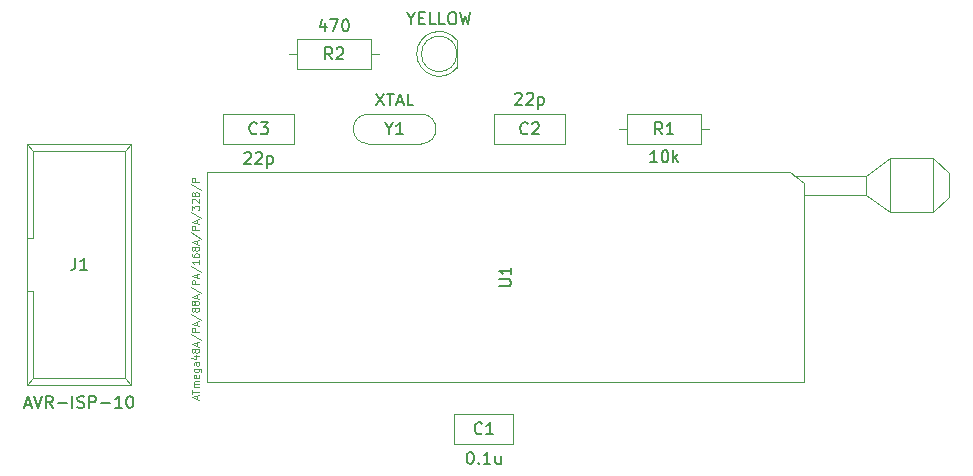
<source format=gbr>
G04 #@! TF.GenerationSoftware,KiCad,Pcbnew,5.1.4-3.fc30*
G04 #@! TF.CreationDate,2019-09-25T04:41:54+02:00*
G04 #@! TF.ProjectId,atmega_prog_adapter_v2,61746d65-6761-45f7-9072-6f675f616461,1.0*
G04 #@! TF.SameCoordinates,Original*
G04 #@! TF.FileFunction,Other,Fab,Top*
%FSLAX46Y46*%
G04 Gerber Fmt 4.6, Leading zero omitted, Abs format (unit mm)*
G04 Created by KiCad (PCBNEW 5.1.4-3.fc30) date 2019-09-25 04:41:54*
%MOMM*%
%LPD*%
G04 APERTURE LIST*
%ADD10C,0.100000*%
%ADD11C,0.150000*%
%ADD12C,0.090000*%
G04 APERTURE END LIST*
D10*
X127020000Y-104160000D02*
X127020000Y-106660000D01*
X127020000Y-106660000D02*
X132020000Y-106660000D01*
X132020000Y-106660000D02*
X132020000Y-104160000D01*
X132020000Y-104160000D02*
X127020000Y-104160000D01*
X136390000Y-81260000D02*
X136390000Y-78760000D01*
X136390000Y-78760000D02*
X130390000Y-78760000D01*
X130390000Y-78760000D02*
X130390000Y-81260000D01*
X130390000Y-81260000D02*
X136390000Y-81260000D01*
X113450000Y-78760000D02*
X107450000Y-78760000D01*
X113450000Y-81260000D02*
X113450000Y-78760000D01*
X107450000Y-81260000D02*
X113450000Y-81260000D01*
X107450000Y-78760000D02*
X107450000Y-81260000D01*
X127230555Y-72494524D02*
G75*
G03X127230000Y-74826190I-1500555J-1165476D01*
G01*
X127230000Y-73660000D02*
G75*
G03X127230000Y-73660000I-1500000J0D01*
G01*
X127230000Y-74826190D02*
X127230000Y-72493810D01*
X99675000Y-81315000D02*
X99675000Y-101675000D01*
X99125000Y-81855000D02*
X99125000Y-101115000D01*
X90825000Y-81315000D02*
X90825000Y-101675000D01*
X91375000Y-81855000D02*
X91375000Y-89245000D01*
X91375000Y-93745000D02*
X91375000Y-101115000D01*
X91375000Y-89245000D02*
X90825000Y-89245000D01*
X91375000Y-93745000D02*
X90825000Y-93745000D01*
X99675000Y-81315000D02*
X90825000Y-81315000D01*
X99125000Y-81855000D02*
X91375000Y-81855000D01*
X99675000Y-101675000D02*
X90825000Y-101675000D01*
X99125000Y-101115000D02*
X91375000Y-101115000D01*
X99675000Y-81315000D02*
X99125000Y-81855000D01*
X99675000Y-101675000D02*
X99125000Y-101115000D01*
X90825000Y-81315000D02*
X91375000Y-81855000D01*
X90825000Y-101675000D02*
X91375000Y-101115000D01*
X141630000Y-78760000D02*
X141630000Y-81260000D01*
X141630000Y-81260000D02*
X147930000Y-81260000D01*
X147930000Y-81260000D02*
X147930000Y-78760000D01*
X147930000Y-78760000D02*
X141630000Y-78760000D01*
X140970000Y-80010000D02*
X141630000Y-80010000D01*
X148590000Y-80010000D02*
X147930000Y-80010000D01*
X113030000Y-73660000D02*
X113690000Y-73660000D01*
X120650000Y-73660000D02*
X119990000Y-73660000D01*
X113690000Y-74910000D02*
X119990000Y-74910000D01*
X113690000Y-72410000D02*
X113690000Y-74910000D01*
X119990000Y-72410000D02*
X113690000Y-72410000D01*
X119990000Y-74910000D02*
X119990000Y-72410000D01*
X167510000Y-82480000D02*
X168910000Y-83780000D01*
X168910000Y-83780000D02*
X168910000Y-85780000D01*
X168910000Y-85780000D02*
X167510000Y-87080000D01*
X167510000Y-87080000D02*
X167510000Y-82480000D01*
X167510000Y-82480000D02*
X163910000Y-82480000D01*
X163910000Y-82480000D02*
X163910000Y-87080000D01*
X163910000Y-87080000D02*
X167510000Y-87080000D01*
X163910000Y-82480000D02*
X161910000Y-83980000D01*
X163910000Y-87080000D02*
X161910000Y-85580000D01*
X155800000Y-83980000D02*
X161910000Y-83980000D01*
X161910000Y-83980000D02*
X161910000Y-85580000D01*
X161910000Y-85580000D02*
X156610000Y-85580000D01*
X106110000Y-101460000D02*
X106110000Y-83660000D01*
X106110000Y-83660000D02*
X155450000Y-83660000D01*
X155450000Y-83660000D02*
X156610000Y-84630000D01*
X156610000Y-84630000D02*
X156610000Y-101460000D01*
X156610000Y-101460000D02*
X106110000Y-101460000D01*
X124210000Y-81260000D02*
X119710000Y-81260000D01*
X124210000Y-78760000D02*
X119710000Y-78760000D01*
X124210000Y-81260000D02*
X119710000Y-81260000D01*
X124210000Y-78760000D02*
X119710000Y-78760000D01*
X124210000Y-78760000D02*
G75*
G02X124210000Y-81260000I0J-1250000D01*
G01*
X119710000Y-78760000D02*
G75*
G03X119710000Y-81260000I0J-1250000D01*
G01*
X124210000Y-78760000D02*
G75*
G02X124210000Y-81260000I0J-1250000D01*
G01*
X119710000Y-78760000D02*
G75*
G03X119710000Y-81260000I0J-1250000D01*
G01*
D11*
X128305714Y-107362380D02*
X128400952Y-107362380D01*
X128496190Y-107410000D01*
X128543809Y-107457619D01*
X128591428Y-107552857D01*
X128639047Y-107743333D01*
X128639047Y-107981428D01*
X128591428Y-108171904D01*
X128543809Y-108267142D01*
X128496190Y-108314761D01*
X128400952Y-108362380D01*
X128305714Y-108362380D01*
X128210476Y-108314761D01*
X128162857Y-108267142D01*
X128115238Y-108171904D01*
X128067619Y-107981428D01*
X128067619Y-107743333D01*
X128115238Y-107552857D01*
X128162857Y-107457619D01*
X128210476Y-107410000D01*
X128305714Y-107362380D01*
X129067619Y-108267142D02*
X129115238Y-108314761D01*
X129067619Y-108362380D01*
X129020000Y-108314761D01*
X129067619Y-108267142D01*
X129067619Y-108362380D01*
X130067619Y-108362380D02*
X129496190Y-108362380D01*
X129781904Y-108362380D02*
X129781904Y-107362380D01*
X129686666Y-107505238D01*
X129591428Y-107600476D01*
X129496190Y-107648095D01*
X130924761Y-107695714D02*
X130924761Y-108362380D01*
X130496190Y-107695714D02*
X130496190Y-108219523D01*
X130543809Y-108314761D01*
X130639047Y-108362380D01*
X130781904Y-108362380D01*
X130877142Y-108314761D01*
X130924761Y-108267142D01*
X129353333Y-105767142D02*
X129305714Y-105814761D01*
X129162857Y-105862380D01*
X129067619Y-105862380D01*
X128924761Y-105814761D01*
X128829523Y-105719523D01*
X128781904Y-105624285D01*
X128734285Y-105433809D01*
X128734285Y-105290952D01*
X128781904Y-105100476D01*
X128829523Y-105005238D01*
X128924761Y-104910000D01*
X129067619Y-104862380D01*
X129162857Y-104862380D01*
X129305714Y-104910000D01*
X129353333Y-104957619D01*
X130305714Y-105862380D02*
X129734285Y-105862380D01*
X130020000Y-105862380D02*
X130020000Y-104862380D01*
X129924761Y-105005238D01*
X129829523Y-105100476D01*
X129734285Y-105148095D01*
X132175714Y-77057619D02*
X132223333Y-77010000D01*
X132318571Y-76962380D01*
X132556666Y-76962380D01*
X132651904Y-77010000D01*
X132699523Y-77057619D01*
X132747142Y-77152857D01*
X132747142Y-77248095D01*
X132699523Y-77390952D01*
X132128095Y-77962380D01*
X132747142Y-77962380D01*
X133128095Y-77057619D02*
X133175714Y-77010000D01*
X133270952Y-76962380D01*
X133509047Y-76962380D01*
X133604285Y-77010000D01*
X133651904Y-77057619D01*
X133699523Y-77152857D01*
X133699523Y-77248095D01*
X133651904Y-77390952D01*
X133080476Y-77962380D01*
X133699523Y-77962380D01*
X134128095Y-77295714D02*
X134128095Y-78295714D01*
X134128095Y-77343333D02*
X134223333Y-77295714D01*
X134413809Y-77295714D01*
X134509047Y-77343333D01*
X134556666Y-77390952D01*
X134604285Y-77486190D01*
X134604285Y-77771904D01*
X134556666Y-77867142D01*
X134509047Y-77914761D01*
X134413809Y-77962380D01*
X134223333Y-77962380D01*
X134128095Y-77914761D01*
X133223333Y-80367142D02*
X133175714Y-80414761D01*
X133032857Y-80462380D01*
X132937619Y-80462380D01*
X132794761Y-80414761D01*
X132699523Y-80319523D01*
X132651904Y-80224285D01*
X132604285Y-80033809D01*
X132604285Y-79890952D01*
X132651904Y-79700476D01*
X132699523Y-79605238D01*
X132794761Y-79510000D01*
X132937619Y-79462380D01*
X133032857Y-79462380D01*
X133175714Y-79510000D01*
X133223333Y-79557619D01*
X133604285Y-79557619D02*
X133651904Y-79510000D01*
X133747142Y-79462380D01*
X133985238Y-79462380D01*
X134080476Y-79510000D01*
X134128095Y-79557619D01*
X134175714Y-79652857D01*
X134175714Y-79748095D01*
X134128095Y-79890952D01*
X133556666Y-80462380D01*
X134175714Y-80462380D01*
X109235714Y-82057619D02*
X109283333Y-82010000D01*
X109378571Y-81962380D01*
X109616666Y-81962380D01*
X109711904Y-82010000D01*
X109759523Y-82057619D01*
X109807142Y-82152857D01*
X109807142Y-82248095D01*
X109759523Y-82390952D01*
X109188095Y-82962380D01*
X109807142Y-82962380D01*
X110188095Y-82057619D02*
X110235714Y-82010000D01*
X110330952Y-81962380D01*
X110569047Y-81962380D01*
X110664285Y-82010000D01*
X110711904Y-82057619D01*
X110759523Y-82152857D01*
X110759523Y-82248095D01*
X110711904Y-82390952D01*
X110140476Y-82962380D01*
X110759523Y-82962380D01*
X111188095Y-82295714D02*
X111188095Y-83295714D01*
X111188095Y-82343333D02*
X111283333Y-82295714D01*
X111473809Y-82295714D01*
X111569047Y-82343333D01*
X111616666Y-82390952D01*
X111664285Y-82486190D01*
X111664285Y-82771904D01*
X111616666Y-82867142D01*
X111569047Y-82914761D01*
X111473809Y-82962380D01*
X111283333Y-82962380D01*
X111188095Y-82914761D01*
X110283333Y-80367142D02*
X110235714Y-80414761D01*
X110092857Y-80462380D01*
X109997619Y-80462380D01*
X109854761Y-80414761D01*
X109759523Y-80319523D01*
X109711904Y-80224285D01*
X109664285Y-80033809D01*
X109664285Y-79890952D01*
X109711904Y-79700476D01*
X109759523Y-79605238D01*
X109854761Y-79510000D01*
X109997619Y-79462380D01*
X110092857Y-79462380D01*
X110235714Y-79510000D01*
X110283333Y-79557619D01*
X110616666Y-79462380D02*
X111235714Y-79462380D01*
X110902380Y-79843333D01*
X111045238Y-79843333D01*
X111140476Y-79890952D01*
X111188095Y-79938571D01*
X111235714Y-80033809D01*
X111235714Y-80271904D01*
X111188095Y-80367142D01*
X111140476Y-80414761D01*
X111045238Y-80462380D01*
X110759523Y-80462380D01*
X110664285Y-80414761D01*
X110616666Y-80367142D01*
X123372857Y-70676190D02*
X123372857Y-71152380D01*
X123039523Y-70152380D02*
X123372857Y-70676190D01*
X123706190Y-70152380D01*
X124039523Y-70628571D02*
X124372857Y-70628571D01*
X124515714Y-71152380D02*
X124039523Y-71152380D01*
X124039523Y-70152380D01*
X124515714Y-70152380D01*
X125420476Y-71152380D02*
X124944285Y-71152380D01*
X124944285Y-70152380D01*
X126230000Y-71152380D02*
X125753809Y-71152380D01*
X125753809Y-70152380D01*
X126753809Y-70152380D02*
X126944285Y-70152380D01*
X127039523Y-70200000D01*
X127134761Y-70295238D01*
X127182380Y-70485714D01*
X127182380Y-70819047D01*
X127134761Y-71009523D01*
X127039523Y-71104761D01*
X126944285Y-71152380D01*
X126753809Y-71152380D01*
X126658571Y-71104761D01*
X126563333Y-71009523D01*
X126515714Y-70819047D01*
X126515714Y-70485714D01*
X126563333Y-70295238D01*
X126658571Y-70200000D01*
X126753809Y-70152380D01*
X127515714Y-70152380D02*
X127753809Y-71152380D01*
X127944285Y-70438095D01*
X128134761Y-71152380D01*
X128372857Y-70152380D01*
X90678571Y-103345666D02*
X91154761Y-103345666D01*
X90583333Y-103631380D02*
X90916666Y-102631380D01*
X91250000Y-103631380D01*
X91440476Y-102631380D02*
X91773809Y-103631380D01*
X92107142Y-102631380D01*
X93011904Y-103631380D02*
X92678571Y-103155190D01*
X92440476Y-103631380D02*
X92440476Y-102631380D01*
X92821428Y-102631380D01*
X92916666Y-102679000D01*
X92964285Y-102726619D01*
X93011904Y-102821857D01*
X93011904Y-102964714D01*
X92964285Y-103059952D01*
X92916666Y-103107571D01*
X92821428Y-103155190D01*
X92440476Y-103155190D01*
X93440476Y-103250428D02*
X94202380Y-103250428D01*
X94678571Y-103631380D02*
X94678571Y-102631380D01*
X95107142Y-103583761D02*
X95250000Y-103631380D01*
X95488095Y-103631380D01*
X95583333Y-103583761D01*
X95630952Y-103536142D01*
X95678571Y-103440904D01*
X95678571Y-103345666D01*
X95630952Y-103250428D01*
X95583333Y-103202809D01*
X95488095Y-103155190D01*
X95297619Y-103107571D01*
X95202380Y-103059952D01*
X95154761Y-103012333D01*
X95107142Y-102917095D01*
X95107142Y-102821857D01*
X95154761Y-102726619D01*
X95202380Y-102679000D01*
X95297619Y-102631380D01*
X95535714Y-102631380D01*
X95678571Y-102679000D01*
X96107142Y-103631380D02*
X96107142Y-102631380D01*
X96488095Y-102631380D01*
X96583333Y-102679000D01*
X96630952Y-102726619D01*
X96678571Y-102821857D01*
X96678571Y-102964714D01*
X96630952Y-103059952D01*
X96583333Y-103107571D01*
X96488095Y-103155190D01*
X96107142Y-103155190D01*
X97107142Y-103250428D02*
X97869047Y-103250428D01*
X98869047Y-103631380D02*
X98297619Y-103631380D01*
X98583333Y-103631380D02*
X98583333Y-102631380D01*
X98488095Y-102774238D01*
X98392857Y-102869476D01*
X98297619Y-102917095D01*
X99488095Y-102631380D02*
X99583333Y-102631380D01*
X99678571Y-102679000D01*
X99726190Y-102726619D01*
X99773809Y-102821857D01*
X99821428Y-103012333D01*
X99821428Y-103250428D01*
X99773809Y-103440904D01*
X99726190Y-103536142D01*
X99678571Y-103583761D01*
X99583333Y-103631380D01*
X99488095Y-103631380D01*
X99392857Y-103583761D01*
X99345238Y-103536142D01*
X99297619Y-103440904D01*
X99250000Y-103250428D01*
X99250000Y-103012333D01*
X99297619Y-102821857D01*
X99345238Y-102726619D01*
X99392857Y-102679000D01*
X99488095Y-102631380D01*
X94916666Y-90947380D02*
X94916666Y-91661666D01*
X94869047Y-91804523D01*
X94773809Y-91899761D01*
X94630952Y-91947380D01*
X94535714Y-91947380D01*
X95916666Y-91947380D02*
X95345238Y-91947380D01*
X95630952Y-91947380D02*
X95630952Y-90947380D01*
X95535714Y-91090238D01*
X95440476Y-91185476D01*
X95345238Y-91233095D01*
X144184761Y-82832380D02*
X143613333Y-82832380D01*
X143899047Y-82832380D02*
X143899047Y-81832380D01*
X143803809Y-81975238D01*
X143708571Y-82070476D01*
X143613333Y-82118095D01*
X144803809Y-81832380D02*
X144899047Y-81832380D01*
X144994285Y-81880000D01*
X145041904Y-81927619D01*
X145089523Y-82022857D01*
X145137142Y-82213333D01*
X145137142Y-82451428D01*
X145089523Y-82641904D01*
X145041904Y-82737142D01*
X144994285Y-82784761D01*
X144899047Y-82832380D01*
X144803809Y-82832380D01*
X144708571Y-82784761D01*
X144660952Y-82737142D01*
X144613333Y-82641904D01*
X144565714Y-82451428D01*
X144565714Y-82213333D01*
X144613333Y-82022857D01*
X144660952Y-81927619D01*
X144708571Y-81880000D01*
X144803809Y-81832380D01*
X145565714Y-82832380D02*
X145565714Y-81832380D01*
X145660952Y-82451428D02*
X145946666Y-82832380D01*
X145946666Y-82165714D02*
X145565714Y-82546666D01*
X144613333Y-80462380D02*
X144280000Y-79986190D01*
X144041904Y-80462380D02*
X144041904Y-79462380D01*
X144422857Y-79462380D01*
X144518095Y-79510000D01*
X144565714Y-79557619D01*
X144613333Y-79652857D01*
X144613333Y-79795714D01*
X144565714Y-79890952D01*
X144518095Y-79938571D01*
X144422857Y-79986190D01*
X144041904Y-79986190D01*
X145565714Y-80462380D02*
X144994285Y-80462380D01*
X145280000Y-80462380D02*
X145280000Y-79462380D01*
X145184761Y-79605238D01*
X145089523Y-79700476D01*
X144994285Y-79748095D01*
X116078095Y-71075714D02*
X116078095Y-71742380D01*
X115840000Y-70694761D02*
X115601904Y-71409047D01*
X116220952Y-71409047D01*
X116506666Y-70742380D02*
X117173333Y-70742380D01*
X116744761Y-71742380D01*
X117744761Y-70742380D02*
X117840000Y-70742380D01*
X117935238Y-70790000D01*
X117982857Y-70837619D01*
X118030476Y-70932857D01*
X118078095Y-71123333D01*
X118078095Y-71361428D01*
X118030476Y-71551904D01*
X117982857Y-71647142D01*
X117935238Y-71694761D01*
X117840000Y-71742380D01*
X117744761Y-71742380D01*
X117649523Y-71694761D01*
X117601904Y-71647142D01*
X117554285Y-71551904D01*
X117506666Y-71361428D01*
X117506666Y-71123333D01*
X117554285Y-70932857D01*
X117601904Y-70837619D01*
X117649523Y-70790000D01*
X117744761Y-70742380D01*
X116673333Y-74112380D02*
X116340000Y-73636190D01*
X116101904Y-74112380D02*
X116101904Y-73112380D01*
X116482857Y-73112380D01*
X116578095Y-73160000D01*
X116625714Y-73207619D01*
X116673333Y-73302857D01*
X116673333Y-73445714D01*
X116625714Y-73540952D01*
X116578095Y-73588571D01*
X116482857Y-73636190D01*
X116101904Y-73636190D01*
X117054285Y-73207619D02*
X117101904Y-73160000D01*
X117197142Y-73112380D01*
X117435238Y-73112380D01*
X117530476Y-73160000D01*
X117578095Y-73207619D01*
X117625714Y-73302857D01*
X117625714Y-73398095D01*
X117578095Y-73540952D01*
X117006666Y-74112380D01*
X117625714Y-74112380D01*
D12*
X105210000Y-102890715D02*
X105210000Y-102605001D01*
X105381428Y-102947858D02*
X104781428Y-102747858D01*
X105381428Y-102547858D01*
X104781428Y-102433572D02*
X104781428Y-102090715D01*
X105381428Y-102262144D02*
X104781428Y-102262144D01*
X105381428Y-101890715D02*
X104981428Y-101890715D01*
X105038571Y-101890715D02*
X105010000Y-101862144D01*
X104981428Y-101805001D01*
X104981428Y-101719287D01*
X105010000Y-101662144D01*
X105067142Y-101633572D01*
X105381428Y-101633572D01*
X105067142Y-101633572D02*
X105010000Y-101605001D01*
X104981428Y-101547858D01*
X104981428Y-101462144D01*
X105010000Y-101405001D01*
X105067142Y-101376429D01*
X105381428Y-101376429D01*
X105352857Y-100862144D02*
X105381428Y-100919287D01*
X105381428Y-101033572D01*
X105352857Y-101090715D01*
X105295714Y-101119287D01*
X105067142Y-101119287D01*
X105010000Y-101090715D01*
X104981428Y-101033572D01*
X104981428Y-100919287D01*
X105010000Y-100862144D01*
X105067142Y-100833572D01*
X105124285Y-100833572D01*
X105181428Y-101119287D01*
X104981428Y-100319287D02*
X105467142Y-100319287D01*
X105524285Y-100347858D01*
X105552857Y-100376429D01*
X105581428Y-100433572D01*
X105581428Y-100519287D01*
X105552857Y-100576429D01*
X105352857Y-100319287D02*
X105381428Y-100376429D01*
X105381428Y-100490715D01*
X105352857Y-100547858D01*
X105324285Y-100576429D01*
X105267142Y-100605001D01*
X105095714Y-100605001D01*
X105038571Y-100576429D01*
X105010000Y-100547858D01*
X104981428Y-100490715D01*
X104981428Y-100376429D01*
X105010000Y-100319287D01*
X105381428Y-99776429D02*
X105067142Y-99776429D01*
X105010000Y-99805001D01*
X104981428Y-99862144D01*
X104981428Y-99976429D01*
X105010000Y-100033572D01*
X105352857Y-99776429D02*
X105381428Y-99833572D01*
X105381428Y-99976429D01*
X105352857Y-100033572D01*
X105295714Y-100062144D01*
X105238571Y-100062144D01*
X105181428Y-100033572D01*
X105152857Y-99976429D01*
X105152857Y-99833572D01*
X105124285Y-99776429D01*
X104981428Y-99233572D02*
X105381428Y-99233572D01*
X104752857Y-99376429D02*
X105181428Y-99519287D01*
X105181428Y-99147858D01*
X105038571Y-98833572D02*
X105010000Y-98890715D01*
X104981428Y-98919287D01*
X104924285Y-98947858D01*
X104895714Y-98947858D01*
X104838571Y-98919287D01*
X104810000Y-98890715D01*
X104781428Y-98833572D01*
X104781428Y-98719287D01*
X104810000Y-98662144D01*
X104838571Y-98633572D01*
X104895714Y-98605001D01*
X104924285Y-98605001D01*
X104981428Y-98633572D01*
X105010000Y-98662144D01*
X105038571Y-98719287D01*
X105038571Y-98833572D01*
X105067142Y-98890715D01*
X105095714Y-98919287D01*
X105152857Y-98947858D01*
X105267142Y-98947858D01*
X105324285Y-98919287D01*
X105352857Y-98890715D01*
X105381428Y-98833572D01*
X105381428Y-98719287D01*
X105352857Y-98662144D01*
X105324285Y-98633572D01*
X105267142Y-98605001D01*
X105152857Y-98605001D01*
X105095714Y-98633572D01*
X105067142Y-98662144D01*
X105038571Y-98719287D01*
X105210000Y-98376429D02*
X105210000Y-98090715D01*
X105381428Y-98433572D02*
X104781428Y-98233572D01*
X105381428Y-98033572D01*
X104752857Y-97405001D02*
X105524285Y-97919287D01*
X105381428Y-97205001D02*
X104781428Y-97205001D01*
X104781428Y-96976429D01*
X104810000Y-96919287D01*
X104838571Y-96890715D01*
X104895714Y-96862144D01*
X104981428Y-96862144D01*
X105038571Y-96890715D01*
X105067142Y-96919287D01*
X105095714Y-96976429D01*
X105095714Y-97205001D01*
X105210000Y-96633572D02*
X105210000Y-96347858D01*
X105381428Y-96690715D02*
X104781428Y-96490715D01*
X105381428Y-96290715D01*
X104752857Y-95662144D02*
X105524285Y-96176429D01*
X105038571Y-95376429D02*
X105010000Y-95433572D01*
X104981428Y-95462144D01*
X104924285Y-95490715D01*
X104895714Y-95490715D01*
X104838571Y-95462144D01*
X104810000Y-95433572D01*
X104781428Y-95376429D01*
X104781428Y-95262144D01*
X104810000Y-95205001D01*
X104838571Y-95176429D01*
X104895714Y-95147858D01*
X104924285Y-95147858D01*
X104981428Y-95176429D01*
X105010000Y-95205001D01*
X105038571Y-95262144D01*
X105038571Y-95376429D01*
X105067142Y-95433572D01*
X105095714Y-95462144D01*
X105152857Y-95490715D01*
X105267142Y-95490715D01*
X105324285Y-95462144D01*
X105352857Y-95433572D01*
X105381428Y-95376429D01*
X105381428Y-95262144D01*
X105352857Y-95205001D01*
X105324285Y-95176429D01*
X105267142Y-95147858D01*
X105152857Y-95147858D01*
X105095714Y-95176429D01*
X105067142Y-95205001D01*
X105038571Y-95262144D01*
X105038571Y-94805001D02*
X105010000Y-94862144D01*
X104981428Y-94890715D01*
X104924285Y-94919287D01*
X104895714Y-94919287D01*
X104838571Y-94890715D01*
X104810000Y-94862144D01*
X104781428Y-94805001D01*
X104781428Y-94690715D01*
X104810000Y-94633572D01*
X104838571Y-94605001D01*
X104895714Y-94576429D01*
X104924285Y-94576429D01*
X104981428Y-94605001D01*
X105010000Y-94633572D01*
X105038571Y-94690715D01*
X105038571Y-94805001D01*
X105067142Y-94862144D01*
X105095714Y-94890715D01*
X105152857Y-94919287D01*
X105267142Y-94919287D01*
X105324285Y-94890715D01*
X105352857Y-94862144D01*
X105381428Y-94805001D01*
X105381428Y-94690715D01*
X105352857Y-94633572D01*
X105324285Y-94605001D01*
X105267142Y-94576429D01*
X105152857Y-94576429D01*
X105095714Y-94605001D01*
X105067142Y-94633572D01*
X105038571Y-94690715D01*
X105210000Y-94347858D02*
X105210000Y-94062144D01*
X105381428Y-94405001D02*
X104781428Y-94205001D01*
X105381428Y-94005001D01*
X104752857Y-93376429D02*
X105524285Y-93890715D01*
X105381428Y-93176429D02*
X104781428Y-93176429D01*
X104781428Y-92947858D01*
X104810000Y-92890715D01*
X104838571Y-92862144D01*
X104895714Y-92833572D01*
X104981428Y-92833572D01*
X105038571Y-92862144D01*
X105067142Y-92890715D01*
X105095714Y-92947858D01*
X105095714Y-93176429D01*
X105210000Y-92605001D02*
X105210000Y-92319287D01*
X105381428Y-92662144D02*
X104781428Y-92462144D01*
X105381428Y-92262144D01*
X104752857Y-91633572D02*
X105524285Y-92147858D01*
X105381428Y-91119287D02*
X105381428Y-91462144D01*
X105381428Y-91290715D02*
X104781428Y-91290715D01*
X104867142Y-91347858D01*
X104924285Y-91405001D01*
X104952857Y-91462144D01*
X104781428Y-90605001D02*
X104781428Y-90719287D01*
X104810000Y-90776429D01*
X104838571Y-90805001D01*
X104924285Y-90862144D01*
X105038571Y-90890715D01*
X105267142Y-90890715D01*
X105324285Y-90862144D01*
X105352857Y-90833572D01*
X105381428Y-90776429D01*
X105381428Y-90662144D01*
X105352857Y-90605001D01*
X105324285Y-90576429D01*
X105267142Y-90547858D01*
X105124285Y-90547858D01*
X105067142Y-90576429D01*
X105038571Y-90605001D01*
X105010000Y-90662144D01*
X105010000Y-90776429D01*
X105038571Y-90833572D01*
X105067142Y-90862144D01*
X105124285Y-90890715D01*
X105038571Y-90205001D02*
X105010000Y-90262144D01*
X104981428Y-90290715D01*
X104924285Y-90319287D01*
X104895714Y-90319287D01*
X104838571Y-90290715D01*
X104810000Y-90262144D01*
X104781428Y-90205001D01*
X104781428Y-90090715D01*
X104810000Y-90033572D01*
X104838571Y-90005001D01*
X104895714Y-89976429D01*
X104924285Y-89976429D01*
X104981428Y-90005001D01*
X105010000Y-90033572D01*
X105038571Y-90090715D01*
X105038571Y-90205001D01*
X105067142Y-90262144D01*
X105095714Y-90290715D01*
X105152857Y-90319287D01*
X105267142Y-90319287D01*
X105324285Y-90290715D01*
X105352857Y-90262144D01*
X105381428Y-90205001D01*
X105381428Y-90090715D01*
X105352857Y-90033572D01*
X105324285Y-90005001D01*
X105267142Y-89976429D01*
X105152857Y-89976429D01*
X105095714Y-90005001D01*
X105067142Y-90033572D01*
X105038571Y-90090715D01*
X105210000Y-89747858D02*
X105210000Y-89462144D01*
X105381428Y-89805001D02*
X104781428Y-89605001D01*
X105381428Y-89405001D01*
X104752857Y-88776429D02*
X105524285Y-89290715D01*
X105381428Y-88576429D02*
X104781428Y-88576429D01*
X104781428Y-88347858D01*
X104810000Y-88290715D01*
X104838571Y-88262144D01*
X104895714Y-88233572D01*
X104981428Y-88233572D01*
X105038571Y-88262144D01*
X105067142Y-88290715D01*
X105095714Y-88347858D01*
X105095714Y-88576429D01*
X105210000Y-88005001D02*
X105210000Y-87719287D01*
X105381428Y-88062144D02*
X104781428Y-87862144D01*
X105381428Y-87662144D01*
X104752857Y-87033572D02*
X105524285Y-87547858D01*
X104781428Y-86890715D02*
X104781428Y-86519287D01*
X105010000Y-86719287D01*
X105010000Y-86633572D01*
X105038571Y-86576429D01*
X105067142Y-86547858D01*
X105124285Y-86519287D01*
X105267142Y-86519287D01*
X105324285Y-86547858D01*
X105352857Y-86576429D01*
X105381428Y-86633572D01*
X105381428Y-86805001D01*
X105352857Y-86862144D01*
X105324285Y-86890715D01*
X104838571Y-86290715D02*
X104810000Y-86262144D01*
X104781428Y-86205001D01*
X104781428Y-86062144D01*
X104810000Y-86005001D01*
X104838571Y-85976429D01*
X104895714Y-85947858D01*
X104952857Y-85947858D01*
X105038571Y-85976429D01*
X105381428Y-86319287D01*
X105381428Y-85947858D01*
X105038571Y-85605001D02*
X105010000Y-85662144D01*
X104981428Y-85690715D01*
X104924285Y-85719287D01*
X104895714Y-85719287D01*
X104838571Y-85690715D01*
X104810000Y-85662144D01*
X104781428Y-85605001D01*
X104781428Y-85490715D01*
X104810000Y-85433572D01*
X104838571Y-85405001D01*
X104895714Y-85376429D01*
X104924285Y-85376429D01*
X104981428Y-85405001D01*
X105010000Y-85433572D01*
X105038571Y-85490715D01*
X105038571Y-85605001D01*
X105067142Y-85662144D01*
X105095714Y-85690715D01*
X105152857Y-85719287D01*
X105267142Y-85719287D01*
X105324285Y-85690715D01*
X105352857Y-85662144D01*
X105381428Y-85605001D01*
X105381428Y-85490715D01*
X105352857Y-85433572D01*
X105324285Y-85405001D01*
X105267142Y-85376429D01*
X105152857Y-85376429D01*
X105095714Y-85405001D01*
X105067142Y-85433572D01*
X105038571Y-85490715D01*
X104752857Y-84690715D02*
X105524285Y-85205001D01*
X105381428Y-84490715D02*
X104781428Y-84490715D01*
X104781428Y-84262144D01*
X104810000Y-84205001D01*
X104838571Y-84176429D01*
X104895714Y-84147858D01*
X104981428Y-84147858D01*
X105038571Y-84176429D01*
X105067142Y-84205001D01*
X105095714Y-84262144D01*
X105095714Y-84490715D01*
D11*
X130812380Y-93321904D02*
X131621904Y-93321904D01*
X131717142Y-93274285D01*
X131764761Y-93226666D01*
X131812380Y-93131428D01*
X131812380Y-92940952D01*
X131764761Y-92845714D01*
X131717142Y-92798095D01*
X131621904Y-92750476D01*
X130812380Y-92750476D01*
X131812380Y-91750476D02*
X131812380Y-92321904D01*
X131812380Y-92036190D02*
X130812380Y-92036190D01*
X130955238Y-92131428D01*
X131050476Y-92226666D01*
X131098095Y-92321904D01*
X120412380Y-77012380D02*
X121079047Y-78012380D01*
X121079047Y-77012380D02*
X120412380Y-78012380D01*
X121317142Y-77012380D02*
X121888571Y-77012380D01*
X121602857Y-78012380D02*
X121602857Y-77012380D01*
X122174285Y-77726666D02*
X122650476Y-77726666D01*
X122079047Y-78012380D02*
X122412380Y-77012380D01*
X122745714Y-78012380D01*
X123555238Y-78012380D02*
X123079047Y-78012380D01*
X123079047Y-77012380D01*
X121483809Y-79986190D02*
X121483809Y-80462380D01*
X121150476Y-79462380D02*
X121483809Y-79986190D01*
X121817142Y-79462380D01*
X122674285Y-80462380D02*
X122102857Y-80462380D01*
X122388571Y-80462380D02*
X122388571Y-79462380D01*
X122293333Y-79605238D01*
X122198095Y-79700476D01*
X122102857Y-79748095D01*
M02*

</source>
